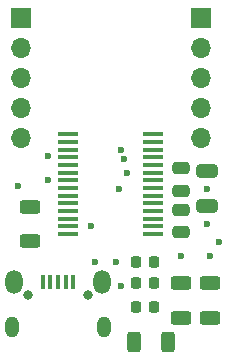
<source format=gts>
G04 #@! TF.GenerationSoftware,KiCad,Pcbnew,8.0.5*
G04 #@! TF.CreationDate,2024-12-02T19:57:29-05:00*
G04 #@! TF.ProjectId,usb_to_uart_ft232rl,7573625f-746f-45f7-9561-72745f667432,rev?*
G04 #@! TF.SameCoordinates,Original*
G04 #@! TF.FileFunction,Soldermask,Top*
G04 #@! TF.FilePolarity,Negative*
%FSLAX46Y46*%
G04 Gerber Fmt 4.6, Leading zero omitted, Abs format (unit mm)*
G04 Created by KiCad (PCBNEW 8.0.5) date 2024-12-02 19:57:29*
%MOMM*%
%LPD*%
G01*
G04 APERTURE LIST*
G04 Aperture macros list*
%AMRoundRect*
0 Rectangle with rounded corners*
0 $1 Rounding radius*
0 $2 $3 $4 $5 $6 $7 $8 $9 X,Y pos of 4 corners*
0 Add a 4 corners polygon primitive as box body*
4,1,4,$2,$3,$4,$5,$6,$7,$8,$9,$2,$3,0*
0 Add four circle primitives for the rounded corners*
1,1,$1+$1,$2,$3*
1,1,$1+$1,$4,$5*
1,1,$1+$1,$6,$7*
1,1,$1+$1,$8,$9*
0 Add four rect primitives between the rounded corners*
20,1,$1+$1,$2,$3,$4,$5,0*
20,1,$1+$1,$4,$5,$6,$7,0*
20,1,$1+$1,$6,$7,$8,$9,0*
20,1,$1+$1,$8,$9,$2,$3,0*%
G04 Aperture macros list end*
%ADD10O,0.800000X0.800000*%
%ADD11R,0.450000X1.300000*%
%ADD12O,1.150000X1.800000*%
%ADD13O,1.450000X2.000000*%
%ADD14RoundRect,0.250000X-0.475000X0.250000X-0.475000X-0.250000X0.475000X-0.250000X0.475000X0.250000X0*%
%ADD15RoundRect,0.250000X0.475000X-0.250000X0.475000X0.250000X-0.475000X0.250000X-0.475000X-0.250000X0*%
%ADD16RoundRect,0.218750X0.218750X0.256250X-0.218750X0.256250X-0.218750X-0.256250X0.218750X-0.256250X0*%
%ADD17RoundRect,0.250000X0.625000X-0.312500X0.625000X0.312500X-0.625000X0.312500X-0.625000X-0.312500X0*%
%ADD18RoundRect,0.250000X0.312500X0.625000X-0.312500X0.625000X-0.312500X-0.625000X0.312500X-0.625000X0*%
%ADD19RoundRect,0.250000X0.650000X-0.325000X0.650000X0.325000X-0.650000X0.325000X-0.650000X-0.325000X0*%
%ADD20R,1.750000X0.450000*%
%ADD21R,1.700000X1.700000*%
%ADD22O,1.700000X1.700000*%
%ADD23C,0.600000*%
G04 APERTURE END LIST*
D10*
X100875000Y-64000000D03*
X105875000Y-64000000D03*
D11*
X102075000Y-62900000D03*
X102725000Y-62900000D03*
X103375000Y-62900000D03*
X104025000Y-62900000D03*
X104675000Y-62900000D03*
D12*
X99500000Y-66750000D03*
D13*
X99650000Y-62950000D03*
X107100000Y-62950000D03*
D12*
X107250000Y-66750000D03*
D14*
X113750000Y-56800000D03*
X113750000Y-58700000D03*
D15*
X113750000Y-55200000D03*
X113750000Y-53300000D03*
D16*
X111537500Y-63000000D03*
X109962500Y-63000000D03*
X111537500Y-61250000D03*
X109962500Y-61250000D03*
D17*
X101000000Y-59462500D03*
X101000000Y-56537500D03*
X113750000Y-65962500D03*
X113750000Y-63037500D03*
D18*
X112712500Y-68000000D03*
X109787500Y-68000000D03*
D16*
X111537500Y-65000000D03*
X109962500Y-65000000D03*
D17*
X116250000Y-65962500D03*
X116250000Y-63037500D03*
D19*
X116000000Y-56475000D03*
X116000000Y-53525000D03*
D20*
X104250000Y-50400000D03*
X104250000Y-51050000D03*
X104250000Y-51700000D03*
X104250000Y-52350000D03*
X104250000Y-53000000D03*
X104250000Y-53650000D03*
X104250000Y-54300000D03*
X104250000Y-54950000D03*
X104250000Y-55600000D03*
X104250000Y-56250000D03*
X104250000Y-56900000D03*
X104250000Y-57550000D03*
X104250000Y-58200000D03*
X104250000Y-58850000D03*
X111450000Y-58850000D03*
X111450000Y-58200000D03*
X111450000Y-57550000D03*
X111450000Y-56900000D03*
X111450000Y-56250000D03*
X111450000Y-55600000D03*
X111450000Y-54950000D03*
X111450000Y-54300000D03*
X111450000Y-53650000D03*
X111450000Y-53000000D03*
X111450000Y-52350000D03*
X111450000Y-51700000D03*
X111450000Y-51050000D03*
X111450000Y-50400000D03*
D21*
X100250000Y-40590000D03*
D22*
X100250000Y-43130000D03*
X100250000Y-45670000D03*
X100250000Y-48210000D03*
X100250000Y-50750000D03*
D21*
X115490000Y-40590000D03*
D22*
X115490000Y-43130000D03*
X115490000Y-45670000D03*
X115490000Y-48210000D03*
X115490000Y-50750000D03*
D23*
X117000000Y-59500000D03*
X108750000Y-51750000D03*
X116000000Y-55000000D03*
X106500000Y-61250000D03*
X102500000Y-54250000D03*
X109000000Y-52500000D03*
X102500000Y-52250000D03*
X108250000Y-61250000D03*
X116000000Y-58000000D03*
X100000000Y-54750000D03*
X116250000Y-60750000D03*
X109258848Y-53650000D03*
X113750000Y-60750000D03*
X108500000Y-55000000D03*
X108750000Y-63250000D03*
X106166635Y-58166635D03*
M02*

</source>
